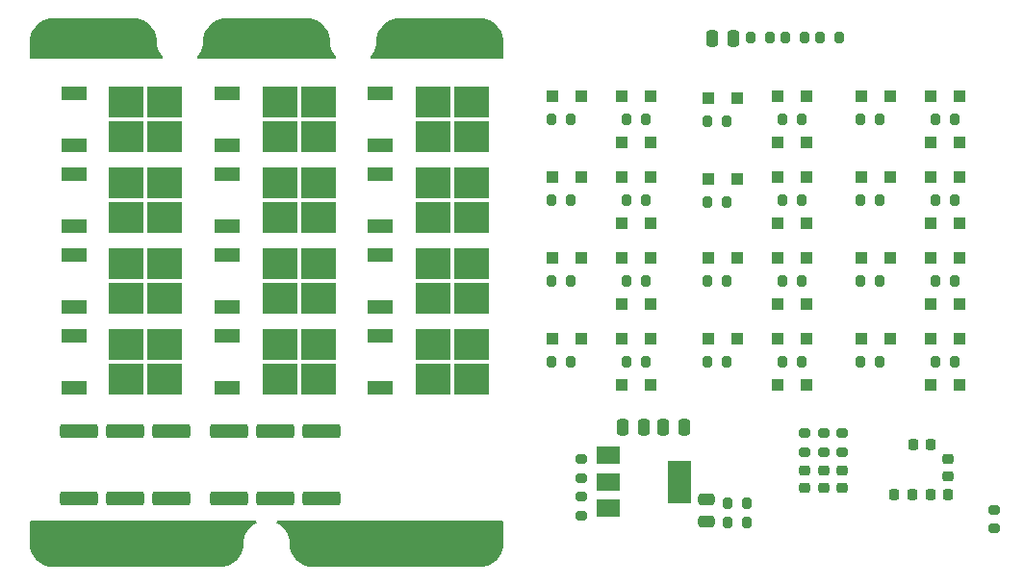
<source format=gbr>
%TF.GenerationSoftware,KiCad,Pcbnew,6.0.9-1.fc36*%
%TF.CreationDate,2022-11-17T16:54:59+00:00*%
%TF.ProjectId,esc,6573632e-6b69-4636-9164-5f7063625858,rev?*%
%TF.SameCoordinates,Original*%
%TF.FileFunction,Paste,Bot*%
%TF.FilePolarity,Positive*%
%FSLAX46Y46*%
G04 Gerber Fmt 4.6, Leading zero omitted, Abs format (unit mm)*
G04 Created by KiCad (PCBNEW 6.0.9-1.fc36) date 2022-11-17 16:54:59*
%MOMM*%
%LPD*%
G01*
G04 APERTURE LIST*
G04 Aperture macros list*
%AMRoundRect*
0 Rectangle with rounded corners*
0 $1 Rounding radius*
0 $2 $3 $4 $5 $6 $7 $8 $9 X,Y pos of 4 corners*
0 Add a 4 corners polygon primitive as box body*
4,1,4,$2,$3,$4,$5,$6,$7,$8,$9,$2,$3,0*
0 Add four circle primitives for the rounded corners*
1,1,$1+$1,$2,$3*
1,1,$1+$1,$4,$5*
1,1,$1+$1,$6,$7*
1,1,$1+$1,$8,$9*
0 Add four rect primitives between the rounded corners*
20,1,$1+$1,$2,$3,$4,$5,0*
20,1,$1+$1,$4,$5,$6,$7,0*
20,1,$1+$1,$6,$7,$8,$9,0*
20,1,$1+$1,$8,$9,$2,$3,0*%
G04 Aperture macros list end*
%ADD10RoundRect,0.200000X-0.200000X-0.275000X0.200000X-0.275000X0.200000X0.275000X-0.200000X0.275000X0*%
%ADD11R,3.050000X2.750000*%
%ADD12R,2.200000X1.200000*%
%ADD13R,1.000000X1.000000*%
%ADD14RoundRect,0.200000X0.275000X-0.200000X0.275000X0.200000X-0.275000X0.200000X-0.275000X-0.200000X0*%
%ADD15RoundRect,0.250000X-1.425000X0.362500X-1.425000X-0.362500X1.425000X-0.362500X1.425000X0.362500X0*%
%ADD16RoundRect,0.200000X-0.275000X0.200000X-0.275000X-0.200000X0.275000X-0.200000X0.275000X0.200000X0*%
%ADD17RoundRect,0.200000X0.200000X0.275000X-0.200000X0.275000X-0.200000X-0.275000X0.200000X-0.275000X0*%
%ADD18RoundRect,0.250000X-0.475000X0.250000X-0.475000X-0.250000X0.475000X-0.250000X0.475000X0.250000X0*%
%ADD19RoundRect,0.225000X-0.250000X0.225000X-0.250000X-0.225000X0.250000X-0.225000X0.250000X0.225000X0*%
%ADD20RoundRect,0.250000X-0.250000X-0.475000X0.250000X-0.475000X0.250000X0.475000X-0.250000X0.475000X0*%
%ADD21RoundRect,0.225000X-0.225000X-0.250000X0.225000X-0.250000X0.225000X0.250000X-0.225000X0.250000X0*%
%ADD22RoundRect,0.225000X0.250000X-0.225000X0.250000X0.225000X-0.250000X0.225000X-0.250000X-0.225000X0*%
%ADD23RoundRect,0.225000X0.225000X0.250000X-0.225000X0.250000X-0.225000X-0.250000X0.225000X-0.250000X0*%
%ADD24RoundRect,0.250000X0.250000X0.475000X-0.250000X0.475000X-0.250000X-0.475000X0.250000X-0.475000X0*%
%ADD25R,2.000000X1.500000*%
%ADD26R,2.000000X3.800000*%
G04 APERTURE END LIST*
D10*
%TO.C,R43*%
X117793000Y-106934000D03*
X119443000Y-106934000D03*
%TD*%
D11*
%TO.C,Q14*%
X73577000Y-112521000D03*
X76927000Y-112521000D03*
X73577000Y-115571000D03*
X76927000Y-115571000D03*
D12*
X68952000Y-116326000D03*
X68952000Y-111766000D03*
%TD*%
D13*
%TO.C,D18*%
X117368000Y-108966000D03*
X119868000Y-108966000D03*
%TD*%
%TO.C,D38*%
X127234000Y-90678000D03*
X124734000Y-90678000D03*
%TD*%
D14*
%TO.C,R26*%
X123063000Y-121983000D03*
X123063000Y-120333000D03*
%TD*%
D11*
%TO.C,Q24*%
X90389000Y-94235000D03*
X90389000Y-91185000D03*
X87039000Y-94235000D03*
X87039000Y-91185000D03*
D12*
X82414000Y-94990000D03*
X82414000Y-90430000D03*
%TD*%
D11*
%TO.C,Q2*%
X63397000Y-115571000D03*
X60047000Y-115571000D03*
X63397000Y-112521000D03*
X60047000Y-112521000D03*
D12*
X55422000Y-116326000D03*
X55422000Y-111766000D03*
%TD*%
D10*
%TO.C,R47*%
X117793000Y-92710000D03*
X119443000Y-92710000D03*
%TD*%
D13*
%TO.C,D21*%
X117368000Y-101854000D03*
X119868000Y-101854000D03*
%TD*%
D15*
%TO.C,R7*%
X77216000Y-120142000D03*
X77216000Y-126067000D03*
%TD*%
D16*
%TO.C,R1*%
X136398000Y-127064000D03*
X136398000Y-128714000D03*
%TD*%
D13*
%TO.C,D4*%
X103652000Y-112014000D03*
X106152000Y-112014000D03*
%TD*%
D14*
%TO.C,R25*%
X121412000Y-121983000D03*
X121412000Y-120333000D03*
%TD*%
D15*
%TO.C,R3*%
X59944000Y-120142000D03*
X59944000Y-126067000D03*
%TD*%
D13*
%TO.C,D5*%
X100056000Y-112014000D03*
X97556000Y-112014000D03*
%TD*%
D17*
%TO.C,R40*%
X99123000Y-92710000D03*
X97473000Y-92710000D03*
%TD*%
D13*
%TO.C,D31*%
X130830000Y-104902000D03*
X133330000Y-104902000D03*
%TD*%
%TO.C,D27*%
X130830000Y-116078000D03*
X133330000Y-116078000D03*
%TD*%
D15*
%TO.C,R4*%
X64008000Y-120142000D03*
X64008000Y-126067000D03*
%TD*%
D13*
%TO.C,D37*%
X130830000Y-90678000D03*
X133330000Y-90678000D03*
%TD*%
%TO.C,D7*%
X103652000Y-104902000D03*
X106152000Y-104902000D03*
%TD*%
D17*
%TO.C,R42*%
X112839000Y-114046000D03*
X111189000Y-114046000D03*
%TD*%
D10*
%TO.C,R45*%
X117793000Y-99822000D03*
X119443000Y-99822000D03*
%TD*%
D13*
%TO.C,D20*%
X113772000Y-104902000D03*
X111272000Y-104902000D03*
%TD*%
D11*
%TO.C,Q18*%
X87039000Y-112521000D03*
X90389000Y-115571000D03*
X90389000Y-112521000D03*
X87039000Y-115571000D03*
D12*
X82414000Y-116326000D03*
X82414000Y-111766000D03*
%TD*%
D11*
%TO.C,Q4*%
X63397000Y-105411000D03*
X60047000Y-108461000D03*
X63397000Y-108461000D03*
X60047000Y-105411000D03*
D12*
X55422000Y-109216000D03*
X55422000Y-104656000D03*
%TD*%
D13*
%TO.C,D32*%
X127234000Y-104902000D03*
X124734000Y-104902000D03*
%TD*%
D17*
%TO.C,R52*%
X126301000Y-106934000D03*
X124651000Y-106934000D03*
%TD*%
D18*
%TO.C,C17*%
X111125000Y-126177000D03*
X111125000Y-128077000D03*
%TD*%
D13*
%TO.C,D14*%
X100056000Y-90678000D03*
X97556000Y-90678000D03*
%TD*%
%TO.C,D33*%
X130830000Y-101854000D03*
X133330000Y-101854000D03*
%TD*%
D14*
%TO.C,R24*%
X119761000Y-121983000D03*
X119761000Y-120333000D03*
%TD*%
D16*
%TO.C,R20*%
X100101000Y-125921000D03*
X100101000Y-127571000D03*
%TD*%
D10*
%TO.C,R51*%
X131255000Y-106934000D03*
X132905000Y-106934000D03*
%TD*%
D19*
%TO.C,C21*%
X123063000Y-123558000D03*
X123063000Y-125108000D03*
%TD*%
D11*
%TO.C,Q6*%
X63397000Y-101348000D03*
X63397000Y-98298000D03*
X60047000Y-101348000D03*
X60047000Y-98298000D03*
D12*
X55422000Y-102103000D03*
X55422000Y-97543000D03*
%TD*%
D13*
%TO.C,D6*%
X103652000Y-108966000D03*
X106152000Y-108966000D03*
%TD*%
D17*
%TO.C,R36*%
X99123000Y-106934000D03*
X97473000Y-106934000D03*
%TD*%
D13*
%TO.C,D22*%
X117368000Y-97790000D03*
X119868000Y-97790000D03*
%TD*%
D20*
%TO.C,C15*%
X103723000Y-119761000D03*
X105623000Y-119761000D03*
%TD*%
D17*
%TO.C,R29*%
X122745000Y-85471000D03*
X121095000Y-85471000D03*
%TD*%
D11*
%TO.C,Q22*%
X87039000Y-101348000D03*
X90389000Y-98298000D03*
X87039000Y-98298000D03*
X90389000Y-101348000D03*
D12*
X82414000Y-102103000D03*
X82414000Y-97543000D03*
%TD*%
D17*
%TO.C,R34*%
X99123000Y-114046000D03*
X97473000Y-114046000D03*
%TD*%
%TO.C,R50*%
X126301000Y-114046000D03*
X124651000Y-114046000D03*
%TD*%
%TO.C,R28*%
X119697000Y-85471000D03*
X118047000Y-85471000D03*
%TD*%
D13*
%TO.C,D12*%
X103652000Y-94742000D03*
X106152000Y-94742000D03*
%TD*%
D21*
%TO.C,C6*%
X127622000Y-125730000D03*
X129172000Y-125730000D03*
%TD*%
D17*
%TO.C,R60*%
X114617000Y-126492000D03*
X112967000Y-126492000D03*
%TD*%
%TO.C,R61*%
X114617000Y-128143000D03*
X112967000Y-128143000D03*
%TD*%
D13*
%TO.C,D9*%
X103652000Y-101854000D03*
X106152000Y-101854000D03*
%TD*%
D20*
%TO.C,C22*%
X111572000Y-85598000D03*
X113472000Y-85598000D03*
%TD*%
D17*
%TO.C,R38*%
X99123000Y-99822000D03*
X97473000Y-99822000D03*
%TD*%
D11*
%TO.C,Q16*%
X73577000Y-94235000D03*
X73577000Y-91185000D03*
X76927000Y-94235000D03*
X76927000Y-91185000D03*
D12*
X68952000Y-94990000D03*
X68952000Y-90430000D03*
%TD*%
D11*
%TO.C,Q10*%
X73577000Y-98298000D03*
X76927000Y-101348000D03*
X73577000Y-101348000D03*
X76927000Y-98298000D03*
D12*
X68952000Y-102103000D03*
X68952000Y-97543000D03*
%TD*%
D13*
%TO.C,D26*%
X113772000Y-90805000D03*
X111272000Y-90805000D03*
%TD*%
D22*
%TO.C,C1*%
X132334000Y-124092000D03*
X132334000Y-122542000D03*
%TD*%
D17*
%TO.C,R54*%
X126301000Y-99822000D03*
X124651000Y-99822000D03*
%TD*%
D13*
%TO.C,D29*%
X127234000Y-112014000D03*
X124734000Y-112014000D03*
%TD*%
%TO.C,D25*%
X117368000Y-90678000D03*
X119868000Y-90678000D03*
%TD*%
%TO.C,D13*%
X103652000Y-90678000D03*
X106152000Y-90678000D03*
%TD*%
D23*
%TO.C,C4*%
X132347000Y-125730000D03*
X130797000Y-125730000D03*
%TD*%
D13*
%TO.C,D16*%
X117368000Y-112014000D03*
X119868000Y-112014000D03*
%TD*%
%TO.C,D19*%
X117368000Y-104902000D03*
X119868000Y-104902000D03*
%TD*%
D24*
%TO.C,C16*%
X109179000Y-119761000D03*
X107279000Y-119761000D03*
%TD*%
D13*
%TO.C,D28*%
X130830000Y-112014000D03*
X133330000Y-112014000D03*
%TD*%
D25*
%TO.C,U4*%
X102412000Y-126887000D03*
X102412000Y-124587000D03*
D26*
X108712000Y-124587000D03*
D25*
X102412000Y-122287000D03*
%TD*%
D16*
%TO.C,R21*%
X100101000Y-122619000D03*
X100101000Y-124269000D03*
%TD*%
D10*
%TO.C,R37*%
X104077000Y-99822000D03*
X105727000Y-99822000D03*
%TD*%
D13*
%TO.C,D8*%
X100056000Y-104902000D03*
X97556000Y-104902000D03*
%TD*%
%TO.C,D34*%
X130830000Y-97790000D03*
X133330000Y-97790000D03*
%TD*%
%TO.C,D10*%
X103652000Y-97790000D03*
X106152000Y-97790000D03*
%TD*%
D10*
%TO.C,R49*%
X131255000Y-114046000D03*
X132905000Y-114046000D03*
%TD*%
D15*
%TO.C,R6*%
X73152000Y-120142000D03*
X73152000Y-126067000D03*
%TD*%
D13*
%TO.C,D24*%
X117368000Y-94742000D03*
X119868000Y-94742000D03*
%TD*%
D10*
%TO.C,R35*%
X104077000Y-106934000D03*
X105727000Y-106934000D03*
%TD*%
D13*
%TO.C,D36*%
X130830000Y-94742000D03*
X133330000Y-94742000D03*
%TD*%
D19*
%TO.C,C19*%
X119761000Y-123558000D03*
X119761000Y-125108000D03*
%TD*%
D17*
%TO.C,R48*%
X112839000Y-92837000D03*
X111189000Y-92837000D03*
%TD*%
D11*
%TO.C,Q8*%
X60047000Y-91185000D03*
X63397000Y-91185000D03*
X60047000Y-94235000D03*
X63397000Y-94235000D03*
D12*
X55422000Y-94990000D03*
X55422000Y-90430000D03*
%TD*%
D13*
%TO.C,D11*%
X100056000Y-97790000D03*
X97556000Y-97790000D03*
%TD*%
D17*
%TO.C,R46*%
X112839000Y-99949000D03*
X111189000Y-99949000D03*
%TD*%
%TO.C,R27*%
X116649000Y-85471000D03*
X114999000Y-85471000D03*
%TD*%
D10*
%TO.C,R55*%
X131255000Y-92710000D03*
X132905000Y-92710000D03*
%TD*%
D11*
%TO.C,Q20*%
X90389000Y-105411000D03*
X87039000Y-105411000D03*
X90389000Y-108461000D03*
X87039000Y-108461000D03*
D12*
X82414000Y-109216000D03*
X82414000Y-104656000D03*
%TD*%
D17*
%TO.C,R56*%
X126301000Y-92710000D03*
X124651000Y-92710000D03*
%TD*%
D13*
%TO.C,D23*%
X113772000Y-97917000D03*
X111272000Y-97917000D03*
%TD*%
%TO.C,D3*%
X103652000Y-116078000D03*
X106152000Y-116078000D03*
%TD*%
%TO.C,D17*%
X113772000Y-112014000D03*
X111272000Y-112014000D03*
%TD*%
D10*
%TO.C,R41*%
X117793000Y-114046000D03*
X119443000Y-114046000D03*
%TD*%
D13*
%TO.C,D35*%
X127234000Y-97790000D03*
X124734000Y-97790000D03*
%TD*%
D15*
%TO.C,R5*%
X69088000Y-120142000D03*
X69088000Y-126067000D03*
%TD*%
D13*
%TO.C,D15*%
X117368000Y-116078000D03*
X119868000Y-116078000D03*
%TD*%
%TO.C,D30*%
X130830000Y-108966000D03*
X133330000Y-108966000D03*
%TD*%
D10*
%TO.C,R33*%
X104077000Y-114046000D03*
X105727000Y-114046000D03*
%TD*%
D11*
%TO.C,Q12*%
X73577000Y-108461000D03*
X76927000Y-108461000D03*
X76927000Y-105411000D03*
X73577000Y-105411000D03*
D12*
X68952000Y-109216000D03*
X68952000Y-104656000D03*
%TD*%
D23*
%TO.C,C3*%
X130823000Y-121285000D03*
X129273000Y-121285000D03*
%TD*%
D10*
%TO.C,R53*%
X131255000Y-99822000D03*
X132905000Y-99822000D03*
%TD*%
D17*
%TO.C,R44*%
X112839000Y-106934000D03*
X111189000Y-106934000D03*
%TD*%
D15*
%TO.C,R2*%
X55880000Y-120142000D03*
X55880000Y-126067000D03*
%TD*%
D10*
%TO.C,R39*%
X104077000Y-92710000D03*
X105727000Y-92710000D03*
%TD*%
D19*
%TO.C,C20*%
X121412000Y-123558000D03*
X121412000Y-125108000D03*
%TD*%
G36*
X91190488Y-83820321D02*
G01*
X91466193Y-83840040D01*
X91483987Y-83842598D01*
X91749674Y-83900394D01*
X91766924Y-83905459D01*
X92021682Y-84000479D01*
X92038035Y-84007948D01*
X92276675Y-84138256D01*
X92291798Y-84147975D01*
X92509466Y-84310919D01*
X92523052Y-84322692D01*
X92715308Y-84514948D01*
X92727081Y-84528534D01*
X92890025Y-84746202D01*
X92899744Y-84761325D01*
X93030052Y-84999965D01*
X93037521Y-85016318D01*
X93132541Y-85271076D01*
X93137606Y-85288326D01*
X93195402Y-85554013D01*
X93197960Y-85571807D01*
X93217679Y-85847512D01*
X93218000Y-85856501D01*
X93218000Y-87250000D01*
X93197998Y-87318121D01*
X93144342Y-87364614D01*
X93092000Y-87376000D01*
X81652679Y-87376000D01*
X81584558Y-87355998D01*
X81538065Y-87302342D01*
X81527961Y-87232068D01*
X81551811Y-87174491D01*
X81716726Y-86954190D01*
X81721586Y-86946628D01*
X81856217Y-86700070D01*
X81859943Y-86691911D01*
X81958121Y-86428689D01*
X81960645Y-86420092D01*
X82020361Y-86145578D01*
X82021638Y-86136696D01*
X82062040Y-85571807D01*
X82064598Y-85554013D01*
X82122394Y-85288326D01*
X82127459Y-85271076D01*
X82222479Y-85016318D01*
X82229948Y-84999965D01*
X82360256Y-84761325D01*
X82369975Y-84746202D01*
X82532919Y-84528534D01*
X82544692Y-84514948D01*
X82736948Y-84322692D01*
X82750534Y-84310919D01*
X82968202Y-84147975D01*
X82983325Y-84138256D01*
X83221965Y-84007948D01*
X83238318Y-84000479D01*
X83493076Y-83905459D01*
X83510326Y-83900394D01*
X83776013Y-83842598D01*
X83793807Y-83840040D01*
X84069512Y-83820321D01*
X84078501Y-83820000D01*
X91181499Y-83820000D01*
X91190488Y-83820321D01*
G37*
G36*
X60710488Y-83820321D02*
G01*
X60986193Y-83840040D01*
X61003987Y-83842598D01*
X61269674Y-83900394D01*
X61286924Y-83905459D01*
X61541682Y-84000479D01*
X61558035Y-84007948D01*
X61796675Y-84138256D01*
X61811798Y-84147975D01*
X62029466Y-84310919D01*
X62043052Y-84322692D01*
X62235308Y-84514948D01*
X62247081Y-84528534D01*
X62410025Y-84746202D01*
X62419744Y-84761325D01*
X62550052Y-84999965D01*
X62557521Y-85016318D01*
X62652541Y-85271076D01*
X62657606Y-85288326D01*
X62715402Y-85554013D01*
X62717960Y-85571807D01*
X62758362Y-86136696D01*
X62759639Y-86145578D01*
X62819355Y-86420092D01*
X62821879Y-86428689D01*
X62920057Y-86691911D01*
X62923783Y-86700070D01*
X63058414Y-86946628D01*
X63063274Y-86954190D01*
X63228189Y-87174491D01*
X63253000Y-87241011D01*
X63237909Y-87310385D01*
X63187706Y-87360588D01*
X63127321Y-87376000D01*
X51688000Y-87376000D01*
X51619879Y-87355998D01*
X51573386Y-87302342D01*
X51562000Y-87250000D01*
X51562000Y-85856501D01*
X51562321Y-85847512D01*
X51582040Y-85571807D01*
X51584598Y-85554013D01*
X51642394Y-85288326D01*
X51647459Y-85271076D01*
X51742479Y-85016318D01*
X51749948Y-84999965D01*
X51880256Y-84761325D01*
X51889975Y-84746202D01*
X52052919Y-84528534D01*
X52064692Y-84514948D01*
X52256948Y-84322692D01*
X52270534Y-84310919D01*
X52488202Y-84147975D01*
X52503325Y-84138256D01*
X52741965Y-84007948D01*
X52758318Y-84000479D01*
X53013076Y-83905459D01*
X53030326Y-83900394D01*
X53296013Y-83842598D01*
X53313807Y-83840040D01*
X53589512Y-83820321D01*
X53598501Y-83820000D01*
X60701499Y-83820000D01*
X60710488Y-83820321D01*
G37*
G36*
X75950488Y-83820321D02*
G01*
X76226193Y-83840040D01*
X76243987Y-83842598D01*
X76509674Y-83900394D01*
X76526924Y-83905459D01*
X76781682Y-84000479D01*
X76798035Y-84007948D01*
X77036675Y-84138256D01*
X77051798Y-84147975D01*
X77269466Y-84310919D01*
X77283052Y-84322692D01*
X77475308Y-84514948D01*
X77487081Y-84528534D01*
X77650025Y-84746202D01*
X77659744Y-84761325D01*
X77790052Y-84999965D01*
X77797521Y-85016318D01*
X77892541Y-85271076D01*
X77897606Y-85288326D01*
X77955402Y-85554013D01*
X77957960Y-85571807D01*
X77998362Y-86136696D01*
X77999639Y-86145578D01*
X78059355Y-86420092D01*
X78061879Y-86428689D01*
X78160057Y-86691911D01*
X78163783Y-86700070D01*
X78298414Y-86946628D01*
X78303274Y-86954190D01*
X78468189Y-87174491D01*
X78493000Y-87241011D01*
X78477909Y-87310385D01*
X78427706Y-87360588D01*
X78367321Y-87376000D01*
X66412679Y-87376000D01*
X66344558Y-87355998D01*
X66298065Y-87302342D01*
X66287961Y-87232068D01*
X66311811Y-87174491D01*
X66476726Y-86954190D01*
X66481586Y-86946628D01*
X66616217Y-86700070D01*
X66619943Y-86691911D01*
X66718121Y-86428689D01*
X66720645Y-86420092D01*
X66780361Y-86145578D01*
X66781638Y-86136696D01*
X66822040Y-85571807D01*
X66824598Y-85554013D01*
X66882394Y-85288326D01*
X66887459Y-85271076D01*
X66982479Y-85016318D01*
X66989948Y-84999965D01*
X67120256Y-84761325D01*
X67129975Y-84746202D01*
X67292919Y-84528534D01*
X67304692Y-84514948D01*
X67496948Y-84322692D01*
X67510534Y-84310919D01*
X67728202Y-84147975D01*
X67743325Y-84138256D01*
X67981965Y-84007948D01*
X67998318Y-84000479D01*
X68253076Y-83905459D01*
X68270326Y-83900394D01*
X68536013Y-83842598D01*
X68553807Y-83840040D01*
X68829512Y-83820321D01*
X68838501Y-83820000D01*
X75941499Y-83820000D01*
X75950488Y-83820321D01*
G37*
G36*
X71456624Y-128036002D02*
G01*
X71503117Y-128089658D01*
X71513221Y-128159932D01*
X71483727Y-128224512D01*
X71448888Y-128252588D01*
X71295372Y-128336414D01*
X71287810Y-128341274D01*
X71062926Y-128509619D01*
X71056138Y-128515502D01*
X70857502Y-128714138D01*
X70851619Y-128720926D01*
X70683274Y-128945810D01*
X70678414Y-128953372D01*
X70543783Y-129199930D01*
X70540057Y-129208089D01*
X70441879Y-129471311D01*
X70439355Y-129479908D01*
X70379639Y-129754422D01*
X70378362Y-129763304D01*
X70337960Y-130328193D01*
X70335402Y-130345987D01*
X70277606Y-130611674D01*
X70272541Y-130628924D01*
X70177521Y-130883682D01*
X70170052Y-130900035D01*
X70039744Y-131138675D01*
X70030025Y-131153798D01*
X69867081Y-131371466D01*
X69855308Y-131385052D01*
X69663052Y-131577308D01*
X69649466Y-131589081D01*
X69431798Y-131752025D01*
X69416675Y-131761744D01*
X69178035Y-131892052D01*
X69161682Y-131899521D01*
X68906924Y-131994541D01*
X68889674Y-131999606D01*
X68623987Y-132057402D01*
X68606193Y-132059960D01*
X68330488Y-132079679D01*
X68321499Y-132080000D01*
X53598501Y-132080000D01*
X53589512Y-132079679D01*
X53313807Y-132059960D01*
X53296013Y-132057402D01*
X53030326Y-131999606D01*
X53013076Y-131994541D01*
X52758318Y-131899521D01*
X52741965Y-131892052D01*
X52503325Y-131761744D01*
X52488202Y-131752025D01*
X52270534Y-131589081D01*
X52256948Y-131577308D01*
X52064692Y-131385052D01*
X52052919Y-131371466D01*
X51889975Y-131153798D01*
X51880256Y-131138675D01*
X51749948Y-130900035D01*
X51742479Y-130883682D01*
X51647459Y-130628924D01*
X51642394Y-130611674D01*
X51584598Y-130345987D01*
X51582040Y-130328193D01*
X51562321Y-130052488D01*
X51562000Y-130043499D01*
X51562000Y-128142000D01*
X51582002Y-128073879D01*
X51635658Y-128027386D01*
X51688000Y-128016000D01*
X71388503Y-128016000D01*
X71456624Y-128036002D01*
G37*
G36*
X93160121Y-128036002D02*
G01*
X93206614Y-128089658D01*
X93218000Y-128142000D01*
X93218000Y-130043499D01*
X93217679Y-130052488D01*
X93197960Y-130328193D01*
X93195402Y-130345987D01*
X93137606Y-130611674D01*
X93132541Y-130628924D01*
X93037521Y-130883682D01*
X93030052Y-130900035D01*
X92899744Y-131138675D01*
X92890025Y-131153798D01*
X92727081Y-131371466D01*
X92715308Y-131385052D01*
X92523052Y-131577308D01*
X92509466Y-131589081D01*
X92291798Y-131752025D01*
X92276675Y-131761744D01*
X92038035Y-131892052D01*
X92021682Y-131899521D01*
X91766924Y-131994541D01*
X91749674Y-131999606D01*
X91483987Y-132057402D01*
X91466193Y-132059960D01*
X91190488Y-132079679D01*
X91181499Y-132080000D01*
X76458501Y-132080000D01*
X76449512Y-132079679D01*
X76173807Y-132059960D01*
X76156013Y-132057402D01*
X75890326Y-131999606D01*
X75873076Y-131994541D01*
X75618318Y-131899521D01*
X75601965Y-131892052D01*
X75363325Y-131761744D01*
X75348202Y-131752025D01*
X75130534Y-131589081D01*
X75116948Y-131577308D01*
X74924692Y-131385052D01*
X74912919Y-131371466D01*
X74749975Y-131153798D01*
X74740256Y-131138675D01*
X74609948Y-130900035D01*
X74602479Y-130883682D01*
X74507459Y-130628924D01*
X74502394Y-130611674D01*
X74444598Y-130345987D01*
X74442040Y-130328193D01*
X74401638Y-129763304D01*
X74400361Y-129754422D01*
X74340645Y-129479908D01*
X74338121Y-129471311D01*
X74239943Y-129208089D01*
X74236217Y-129199930D01*
X74101586Y-128953372D01*
X74096726Y-128945810D01*
X73928381Y-128720926D01*
X73922498Y-128714138D01*
X73723862Y-128515502D01*
X73717074Y-128509619D01*
X73492190Y-128341274D01*
X73484628Y-128336414D01*
X73331112Y-128252588D01*
X73280909Y-128202385D01*
X73265818Y-128133011D01*
X73290629Y-128066491D01*
X73347464Y-128023944D01*
X73391497Y-128016000D01*
X93092000Y-128016000D01*
X93160121Y-128036002D01*
G37*
M02*

</source>
